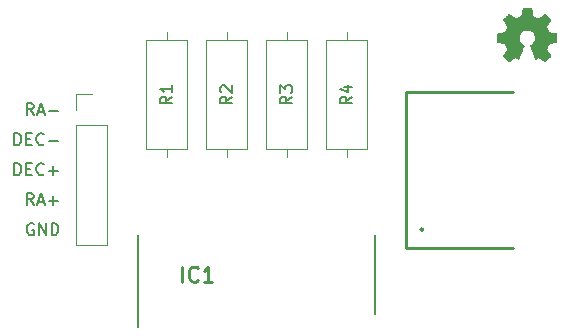
<source format=gbr>
G04 #@! TF.GenerationSoftware,KiCad,Pcbnew,(5.1.6)-1*
G04 #@! TF.CreationDate,2020-06-13T18:42:55+01:00*
G04 #@! TF.ProjectId,ST4Adapter_v2,53543441-6461-4707-9465-725f76322e6b,rev?*
G04 #@! TF.SameCoordinates,Original*
G04 #@! TF.FileFunction,Legend,Top*
G04 #@! TF.FilePolarity,Positive*
%FSLAX46Y46*%
G04 Gerber Fmt 4.6, Leading zero omitted, Abs format (unit mm)*
G04 Created by KiCad (PCBNEW (5.1.6)-1) date 2020-06-13 18:42:55*
%MOMM*%
%LPD*%
G01*
G04 APERTURE LIST*
%ADD10C,0.150000*%
%ADD11C,0.254000*%
%ADD12C,0.010000*%
%ADD13C,0.200000*%
%ADD14C,0.120000*%
G04 APERTURE END LIST*
D10*
X134776785Y-99830000D02*
X134681547Y-99782380D01*
X134538690Y-99782380D01*
X134395833Y-99830000D01*
X134300595Y-99925238D01*
X134252976Y-100020476D01*
X134205357Y-100210952D01*
X134205357Y-100353809D01*
X134252976Y-100544285D01*
X134300595Y-100639523D01*
X134395833Y-100734761D01*
X134538690Y-100782380D01*
X134633928Y-100782380D01*
X134776785Y-100734761D01*
X134824404Y-100687142D01*
X134824404Y-100353809D01*
X134633928Y-100353809D01*
X135252976Y-100782380D02*
X135252976Y-99782380D01*
X135824404Y-100782380D01*
X135824404Y-99782380D01*
X136300595Y-100782380D02*
X136300595Y-99782380D01*
X136538690Y-99782380D01*
X136681547Y-99830000D01*
X136776785Y-99925238D01*
X136824404Y-100020476D01*
X136872023Y-100210952D01*
X136872023Y-100353809D01*
X136824404Y-100544285D01*
X136776785Y-100639523D01*
X136681547Y-100734761D01*
X136538690Y-100782380D01*
X136300595Y-100782380D01*
X134776785Y-90622380D02*
X134443452Y-90146190D01*
X134205357Y-90622380D02*
X134205357Y-89622380D01*
X134586309Y-89622380D01*
X134681547Y-89670000D01*
X134729166Y-89717619D01*
X134776785Y-89812857D01*
X134776785Y-89955714D01*
X134729166Y-90050952D01*
X134681547Y-90098571D01*
X134586309Y-90146190D01*
X134205357Y-90146190D01*
X135157738Y-90336666D02*
X135633928Y-90336666D01*
X135062500Y-90622380D02*
X135395833Y-89622380D01*
X135729166Y-90622380D01*
X136062500Y-90241428D02*
X136824404Y-90241428D01*
X133157738Y-93162380D02*
X133157738Y-92162380D01*
X133395833Y-92162380D01*
X133538690Y-92210000D01*
X133633928Y-92305238D01*
X133681547Y-92400476D01*
X133729166Y-92590952D01*
X133729166Y-92733809D01*
X133681547Y-92924285D01*
X133633928Y-93019523D01*
X133538690Y-93114761D01*
X133395833Y-93162380D01*
X133157738Y-93162380D01*
X134157738Y-92638571D02*
X134491071Y-92638571D01*
X134633928Y-93162380D02*
X134157738Y-93162380D01*
X134157738Y-92162380D01*
X134633928Y-92162380D01*
X135633928Y-93067142D02*
X135586309Y-93114761D01*
X135443452Y-93162380D01*
X135348214Y-93162380D01*
X135205357Y-93114761D01*
X135110119Y-93019523D01*
X135062500Y-92924285D01*
X135014880Y-92733809D01*
X135014880Y-92590952D01*
X135062500Y-92400476D01*
X135110119Y-92305238D01*
X135205357Y-92210000D01*
X135348214Y-92162380D01*
X135443452Y-92162380D01*
X135586309Y-92210000D01*
X135633928Y-92257619D01*
X136062500Y-92781428D02*
X136824404Y-92781428D01*
X133157738Y-95702380D02*
X133157738Y-94702380D01*
X133395833Y-94702380D01*
X133538690Y-94750000D01*
X133633928Y-94845238D01*
X133681547Y-94940476D01*
X133729166Y-95130952D01*
X133729166Y-95273809D01*
X133681547Y-95464285D01*
X133633928Y-95559523D01*
X133538690Y-95654761D01*
X133395833Y-95702380D01*
X133157738Y-95702380D01*
X134157738Y-95178571D02*
X134491071Y-95178571D01*
X134633928Y-95702380D02*
X134157738Y-95702380D01*
X134157738Y-94702380D01*
X134633928Y-94702380D01*
X135633928Y-95607142D02*
X135586309Y-95654761D01*
X135443452Y-95702380D01*
X135348214Y-95702380D01*
X135205357Y-95654761D01*
X135110119Y-95559523D01*
X135062500Y-95464285D01*
X135014880Y-95273809D01*
X135014880Y-95130952D01*
X135062500Y-94940476D01*
X135110119Y-94845238D01*
X135205357Y-94750000D01*
X135348214Y-94702380D01*
X135443452Y-94702380D01*
X135586309Y-94750000D01*
X135633928Y-94797619D01*
X136062500Y-95321428D02*
X136824404Y-95321428D01*
X136443452Y-95702380D02*
X136443452Y-94940476D01*
X134776785Y-98242380D02*
X134443452Y-97766190D01*
X134205357Y-98242380D02*
X134205357Y-97242380D01*
X134586309Y-97242380D01*
X134681547Y-97290000D01*
X134729166Y-97337619D01*
X134776785Y-97432857D01*
X134776785Y-97575714D01*
X134729166Y-97670952D01*
X134681547Y-97718571D01*
X134586309Y-97766190D01*
X134205357Y-97766190D01*
X135157738Y-97956666D02*
X135633928Y-97956666D01*
X135062500Y-98242380D02*
X135395833Y-97242380D01*
X135729166Y-98242380D01*
X136062500Y-97861428D02*
X136824404Y-97861428D01*
X136443452Y-98242380D02*
X136443452Y-97480476D01*
D11*
X166310000Y-101855000D02*
X166310000Y-88645000D01*
X166310000Y-101855000D02*
X175360000Y-101855000D01*
X166310000Y-88645000D02*
X175360000Y-88645000D01*
X167731920Y-100330000D02*
G75*
G03*
X167731920Y-100330000I-91920J0D01*
G01*
D12*
G36*
X176942660Y-81913657D02*
G01*
X176965009Y-82028658D01*
X176983867Y-82119473D01*
X176999459Y-82187044D01*
X177012009Y-82232313D01*
X177021741Y-82256220D01*
X177025300Y-82260283D01*
X177042786Y-82268555D01*
X177079705Y-82284547D01*
X177131920Y-82306516D01*
X177195292Y-82332721D01*
X177259803Y-82359037D01*
X177341427Y-82391559D01*
X177402786Y-82414561D01*
X177446774Y-82428949D01*
X177476288Y-82435632D01*
X177494221Y-82435516D01*
X177498577Y-82433892D01*
X177515243Y-82423446D01*
X177549668Y-82400734D01*
X177598682Y-82367885D01*
X177659120Y-82327031D01*
X177727812Y-82280301D01*
X177780324Y-82244405D01*
X177852441Y-82195472D01*
X177918210Y-82151726D01*
X177974570Y-82115130D01*
X178018463Y-82087650D01*
X178046828Y-82071248D01*
X178056029Y-82067400D01*
X178069660Y-82076101D01*
X178097881Y-82100247D01*
X178137754Y-82136906D01*
X178186341Y-82183141D01*
X178240702Y-82236018D01*
X178297901Y-82292604D01*
X178354998Y-82349964D01*
X178409056Y-82405162D01*
X178457135Y-82455265D01*
X178496298Y-82497339D01*
X178523607Y-82528448D01*
X178536122Y-82545659D01*
X178536600Y-82547339D01*
X178529649Y-82561809D01*
X178510089Y-82594124D01*
X178479854Y-82641308D01*
X178440878Y-82700383D01*
X178395097Y-82768372D01*
X178352450Y-82830697D01*
X178302422Y-82903841D01*
X178257540Y-82970517D01*
X178219740Y-83027761D01*
X178190957Y-83072612D01*
X178173127Y-83102106D01*
X178168031Y-83112883D01*
X178172894Y-83133617D01*
X178186571Y-83171904D01*
X178207130Y-83223445D01*
X178232641Y-83283936D01*
X178261172Y-83349076D01*
X178290790Y-83414563D01*
X178319565Y-83476096D01*
X178345564Y-83529374D01*
X178366857Y-83570094D01*
X178381512Y-83593955D01*
X178386015Y-83598326D01*
X178404200Y-83602508D01*
X178443612Y-83610557D01*
X178500498Y-83621738D01*
X178571103Y-83635321D01*
X178651676Y-83650574D01*
X178706809Y-83660886D01*
X178791196Y-83676823D01*
X178867449Y-83691651D01*
X178931950Y-83704634D01*
X178981080Y-83715033D01*
X179011222Y-83722108D01*
X179018948Y-83724594D01*
X179023408Y-83739638D01*
X179026983Y-83775973D01*
X179029690Y-83829507D01*
X179031545Y-83896148D01*
X179032567Y-83971802D01*
X179032772Y-84052378D01*
X179032178Y-84133782D01*
X179030803Y-84211922D01*
X179028664Y-84282705D01*
X179025778Y-84342040D01*
X179022162Y-84385833D01*
X179017835Y-84409992D01*
X179016025Y-84413160D01*
X178999484Y-84418750D01*
X178961601Y-84427944D01*
X178906050Y-84439964D01*
X178836509Y-84454034D01*
X178756654Y-84469379D01*
X178701700Y-84479534D01*
X178617217Y-84495384D01*
X178540758Y-84510641D01*
X178475984Y-84524499D01*
X178426558Y-84536154D01*
X178396144Y-84544800D01*
X178388336Y-84548393D01*
X178379300Y-84564172D01*
X178362660Y-84599846D01*
X178340048Y-84651651D01*
X178313098Y-84715823D01*
X178283446Y-84788595D01*
X178275848Y-84807574D01*
X178243256Y-84889601D01*
X178219233Y-84951461D01*
X178202836Y-84996542D01*
X178193122Y-85028227D01*
X178189150Y-85049904D01*
X178189976Y-85064958D01*
X178194658Y-85076774D01*
X178198962Y-85083772D01*
X178212114Y-85103341D01*
X178237239Y-85140280D01*
X178271910Y-85191035D01*
X178313698Y-85252054D01*
X178360175Y-85319784D01*
X178378125Y-85345909D01*
X178424335Y-85413753D01*
X178465238Y-85474980D01*
X178498752Y-85526377D01*
X178522798Y-85564734D01*
X178535295Y-85586838D01*
X178536600Y-85590539D01*
X178527830Y-85604190D01*
X178503494Y-85632304D01*
X178466546Y-85671965D01*
X178419943Y-85720257D01*
X178366641Y-85774266D01*
X178309598Y-85831074D01*
X178251768Y-85887767D01*
X178196109Y-85941428D01*
X178145576Y-85989141D01*
X178103126Y-86027991D01*
X178071716Y-86055062D01*
X178054301Y-86067438D01*
X178052608Y-86067900D01*
X178036821Y-86060951D01*
X178003386Y-86041444D01*
X177955465Y-86011390D01*
X177896218Y-85972798D01*
X177828803Y-85927678D01*
X177783043Y-85896450D01*
X177712767Y-85848378D01*
X177649418Y-85805510D01*
X177595992Y-85769836D01*
X177555485Y-85743344D01*
X177530892Y-85728024D01*
X177524842Y-85725000D01*
X177510628Y-85730480D01*
X177478832Y-85745340D01*
X177434390Y-85767211D01*
X177389997Y-85789730D01*
X177338734Y-85814737D01*
X177295688Y-85833256D01*
X177265776Y-85843331D01*
X177254267Y-85843705D01*
X177245960Y-85828250D01*
X177229647Y-85792454D01*
X177206477Y-85739143D01*
X177177597Y-85671141D01*
X177144157Y-85591275D01*
X177107305Y-85502371D01*
X177068190Y-85407254D01*
X177027959Y-85308750D01*
X176987762Y-85209685D01*
X176948747Y-85112885D01*
X176912062Y-85021175D01*
X176878856Y-84937381D01*
X176850278Y-84864329D01*
X176827475Y-84804845D01*
X176811597Y-84761754D01*
X176803791Y-84737882D01*
X176803265Y-84734050D01*
X176816967Y-84721255D01*
X176845976Y-84699045D01*
X176884361Y-84671936D01*
X176889562Y-84668401D01*
X177000779Y-84579754D01*
X177089760Y-84479681D01*
X177156086Y-84368936D01*
X177199336Y-84248273D01*
X177219090Y-84118448D01*
X177220381Y-84074000D01*
X177208314Y-83942810D01*
X177173255Y-83819778D01*
X177116917Y-83707163D01*
X177041015Y-83607227D01*
X176947263Y-83522228D01*
X176837375Y-83454427D01*
X176714150Y-83406400D01*
X176632814Y-83390570D01*
X176539249Y-83384657D01*
X176444609Y-83388660D01*
X176360050Y-83402578D01*
X176345850Y-83406400D01*
X176221651Y-83454912D01*
X176111890Y-83522865D01*
X176018278Y-83607997D01*
X175942532Y-83708048D01*
X175886364Y-83820759D01*
X175851488Y-83943868D01*
X175839618Y-84074000D01*
X175851574Y-84206666D01*
X175887164Y-84330417D01*
X175945968Y-84444498D01*
X176027565Y-84548154D01*
X176131535Y-84640632D01*
X176170437Y-84668401D01*
X176209611Y-84695844D01*
X176240178Y-84718999D01*
X176256193Y-84733333D01*
X176256875Y-84734279D01*
X176253490Y-84747663D01*
X176241459Y-84781656D01*
X176221932Y-84833432D01*
X176196058Y-84900165D01*
X176164985Y-84979029D01*
X176129864Y-85067197D01*
X176091843Y-85161843D01*
X176052071Y-85260142D01*
X176011698Y-85359266D01*
X175971873Y-85456390D01*
X175933744Y-85548688D01*
X175898462Y-85633333D01*
X175867175Y-85707499D01*
X175841032Y-85768360D01*
X175821183Y-85813089D01*
X175808776Y-85838861D01*
X175805770Y-85843705D01*
X175791266Y-85842566D01*
X175759352Y-85831280D01*
X175714947Y-85811804D01*
X175670002Y-85789730D01*
X175618733Y-85763749D01*
X175575970Y-85742742D01*
X175546617Y-85729076D01*
X175535843Y-85725000D01*
X175523516Y-85731882D01*
X175493268Y-85751210D01*
X175448085Y-85781001D01*
X175390952Y-85819277D01*
X175324854Y-85864055D01*
X175277418Y-85896450D01*
X175206276Y-85944623D01*
X175141294Y-85987565D01*
X175085631Y-86023272D01*
X175042447Y-86049743D01*
X175014901Y-86064975D01*
X175006913Y-86067900D01*
X174992781Y-86059227D01*
X174963485Y-86034812D01*
X174921634Y-85997057D01*
X174869837Y-85948364D01*
X174810704Y-85891136D01*
X174755046Y-85835999D01*
X174692485Y-85772854D01*
X174636328Y-85715186D01*
X174588964Y-85665528D01*
X174552783Y-85626414D01*
X174530173Y-85600378D01*
X174523400Y-85590285D01*
X174530312Y-85576200D01*
X174549663Y-85544481D01*
X174579373Y-85498336D01*
X174617360Y-85440972D01*
X174661547Y-85375597D01*
X174681874Y-85345909D01*
X174729473Y-85276592D01*
X174773284Y-85212668D01*
X174810879Y-85157690D01*
X174839830Y-85115210D01*
X174857708Y-85088782D01*
X174861037Y-85083772D01*
X174867593Y-85072271D01*
X174870863Y-85059579D01*
X174869904Y-85042311D01*
X174863774Y-85017081D01*
X174851530Y-84980503D01*
X174832229Y-84929191D01*
X174804930Y-84859760D01*
X174784151Y-84807574D01*
X174754081Y-84733256D01*
X174726308Y-84666612D01*
X174702467Y-84611405D01*
X174684189Y-84571397D01*
X174673110Y-84550351D01*
X174671663Y-84548499D01*
X174655320Y-84542137D01*
X174617708Y-84532245D01*
X174562579Y-84519659D01*
X174493687Y-84505214D01*
X174414784Y-84489745D01*
X174371000Y-84481567D01*
X174287417Y-84466169D01*
X174210937Y-84451993D01*
X174145538Y-84439782D01*
X174095198Y-84430281D01*
X174063897Y-84424235D01*
X174056674Y-84422750D01*
X174028100Y-84416416D01*
X174028100Y-84074507D01*
X174028522Y-83978947D01*
X174029723Y-83894378D01*
X174031602Y-83823765D01*
X174034060Y-83770071D01*
X174036998Y-83736261D01*
X174039834Y-83725346D01*
X174055138Y-83721059D01*
X174091833Y-83712904D01*
X174146329Y-83701615D01*
X174215036Y-83687923D01*
X174294364Y-83672561D01*
X174351946Y-83661647D01*
X174437091Y-83645534D01*
X174514680Y-83630636D01*
X174580970Y-83617691D01*
X174632219Y-83607433D01*
X174664683Y-83600598D01*
X174673957Y-83598334D01*
X174684185Y-83585477D01*
X174702104Y-83553415D01*
X174725783Y-83506449D01*
X174753289Y-83448883D01*
X174782692Y-83385016D01*
X174812058Y-83319152D01*
X174839457Y-83255591D01*
X174862956Y-83198636D01*
X174880624Y-83152588D01*
X174890528Y-83121748D01*
X174891968Y-83112883D01*
X174884949Y-83098738D01*
X174865333Y-83066723D01*
X174835058Y-83019802D01*
X174796059Y-82960936D01*
X174750272Y-82893089D01*
X174707550Y-82830697D01*
X174657515Y-82757474D01*
X174612649Y-82690627D01*
X174574887Y-82633138D01*
X174546163Y-82587987D01*
X174528413Y-82558155D01*
X174523400Y-82547085D01*
X174532121Y-82533438D01*
X174556324Y-82505238D01*
X174593067Y-82465416D01*
X174639411Y-82416905D01*
X174692413Y-82362637D01*
X174749133Y-82305544D01*
X174806630Y-82248558D01*
X174861963Y-82194612D01*
X174912191Y-82146638D01*
X174954373Y-82107568D01*
X174985568Y-82080334D01*
X175002834Y-82067869D01*
X175004513Y-82067400D01*
X175019401Y-82074325D01*
X175052083Y-82093791D01*
X175099504Y-82123836D01*
X175158606Y-82162496D01*
X175226335Y-82207807D01*
X175280684Y-82244791D01*
X175353333Y-82294444D01*
X175419938Y-82339715D01*
X175477347Y-82378484D01*
X175522413Y-82408629D01*
X175551984Y-82428029D01*
X175561937Y-82434167D01*
X175576774Y-82436022D01*
X175603932Y-82430863D01*
X175645933Y-82417884D01*
X175705295Y-82396281D01*
X175784539Y-82365246D01*
X175811913Y-82354240D01*
X175883239Y-82324744D01*
X175946521Y-82297266D01*
X175997921Y-82273579D01*
X176033601Y-82255457D01*
X176049723Y-82244671D01*
X176050019Y-82244239D01*
X176055109Y-82227252D01*
X176063983Y-82188806D01*
X176075910Y-82132437D01*
X176090161Y-82061681D01*
X176106005Y-81980075D01*
X176120647Y-81902300D01*
X176180750Y-81578450D01*
X176879070Y-81578450D01*
X176942660Y-81913657D01*
G37*
X176942660Y-81913657D02*
X176965009Y-82028658D01*
X176983867Y-82119473D01*
X176999459Y-82187044D01*
X177012009Y-82232313D01*
X177021741Y-82256220D01*
X177025300Y-82260283D01*
X177042786Y-82268555D01*
X177079705Y-82284547D01*
X177131920Y-82306516D01*
X177195292Y-82332721D01*
X177259803Y-82359037D01*
X177341427Y-82391559D01*
X177402786Y-82414561D01*
X177446774Y-82428949D01*
X177476288Y-82435632D01*
X177494221Y-82435516D01*
X177498577Y-82433892D01*
X177515243Y-82423446D01*
X177549668Y-82400734D01*
X177598682Y-82367885D01*
X177659120Y-82327031D01*
X177727812Y-82280301D01*
X177780324Y-82244405D01*
X177852441Y-82195472D01*
X177918210Y-82151726D01*
X177974570Y-82115130D01*
X178018463Y-82087650D01*
X178046828Y-82071248D01*
X178056029Y-82067400D01*
X178069660Y-82076101D01*
X178097881Y-82100247D01*
X178137754Y-82136906D01*
X178186341Y-82183141D01*
X178240702Y-82236018D01*
X178297901Y-82292604D01*
X178354998Y-82349964D01*
X178409056Y-82405162D01*
X178457135Y-82455265D01*
X178496298Y-82497339D01*
X178523607Y-82528448D01*
X178536122Y-82545659D01*
X178536600Y-82547339D01*
X178529649Y-82561809D01*
X178510089Y-82594124D01*
X178479854Y-82641308D01*
X178440878Y-82700383D01*
X178395097Y-82768372D01*
X178352450Y-82830697D01*
X178302422Y-82903841D01*
X178257540Y-82970517D01*
X178219740Y-83027761D01*
X178190957Y-83072612D01*
X178173127Y-83102106D01*
X178168031Y-83112883D01*
X178172894Y-83133617D01*
X178186571Y-83171904D01*
X178207130Y-83223445D01*
X178232641Y-83283936D01*
X178261172Y-83349076D01*
X178290790Y-83414563D01*
X178319565Y-83476096D01*
X178345564Y-83529374D01*
X178366857Y-83570094D01*
X178381512Y-83593955D01*
X178386015Y-83598326D01*
X178404200Y-83602508D01*
X178443612Y-83610557D01*
X178500498Y-83621738D01*
X178571103Y-83635321D01*
X178651676Y-83650574D01*
X178706809Y-83660886D01*
X178791196Y-83676823D01*
X178867449Y-83691651D01*
X178931950Y-83704634D01*
X178981080Y-83715033D01*
X179011222Y-83722108D01*
X179018948Y-83724594D01*
X179023408Y-83739638D01*
X179026983Y-83775973D01*
X179029690Y-83829507D01*
X179031545Y-83896148D01*
X179032567Y-83971802D01*
X179032772Y-84052378D01*
X179032178Y-84133782D01*
X179030803Y-84211922D01*
X179028664Y-84282705D01*
X179025778Y-84342040D01*
X179022162Y-84385833D01*
X179017835Y-84409992D01*
X179016025Y-84413160D01*
X178999484Y-84418750D01*
X178961601Y-84427944D01*
X178906050Y-84439964D01*
X178836509Y-84454034D01*
X178756654Y-84469379D01*
X178701700Y-84479534D01*
X178617217Y-84495384D01*
X178540758Y-84510641D01*
X178475984Y-84524499D01*
X178426558Y-84536154D01*
X178396144Y-84544800D01*
X178388336Y-84548393D01*
X178379300Y-84564172D01*
X178362660Y-84599846D01*
X178340048Y-84651651D01*
X178313098Y-84715823D01*
X178283446Y-84788595D01*
X178275848Y-84807574D01*
X178243256Y-84889601D01*
X178219233Y-84951461D01*
X178202836Y-84996542D01*
X178193122Y-85028227D01*
X178189150Y-85049904D01*
X178189976Y-85064958D01*
X178194658Y-85076774D01*
X178198962Y-85083772D01*
X178212114Y-85103341D01*
X178237239Y-85140280D01*
X178271910Y-85191035D01*
X178313698Y-85252054D01*
X178360175Y-85319784D01*
X178378125Y-85345909D01*
X178424335Y-85413753D01*
X178465238Y-85474980D01*
X178498752Y-85526377D01*
X178522798Y-85564734D01*
X178535295Y-85586838D01*
X178536600Y-85590539D01*
X178527830Y-85604190D01*
X178503494Y-85632304D01*
X178466546Y-85671965D01*
X178419943Y-85720257D01*
X178366641Y-85774266D01*
X178309598Y-85831074D01*
X178251768Y-85887767D01*
X178196109Y-85941428D01*
X178145576Y-85989141D01*
X178103126Y-86027991D01*
X178071716Y-86055062D01*
X178054301Y-86067438D01*
X178052608Y-86067900D01*
X178036821Y-86060951D01*
X178003386Y-86041444D01*
X177955465Y-86011390D01*
X177896218Y-85972798D01*
X177828803Y-85927678D01*
X177783043Y-85896450D01*
X177712767Y-85848378D01*
X177649418Y-85805510D01*
X177595992Y-85769836D01*
X177555485Y-85743344D01*
X177530892Y-85728024D01*
X177524842Y-85725000D01*
X177510628Y-85730480D01*
X177478832Y-85745340D01*
X177434390Y-85767211D01*
X177389997Y-85789730D01*
X177338734Y-85814737D01*
X177295688Y-85833256D01*
X177265776Y-85843331D01*
X177254267Y-85843705D01*
X177245960Y-85828250D01*
X177229647Y-85792454D01*
X177206477Y-85739143D01*
X177177597Y-85671141D01*
X177144157Y-85591275D01*
X177107305Y-85502371D01*
X177068190Y-85407254D01*
X177027959Y-85308750D01*
X176987762Y-85209685D01*
X176948747Y-85112885D01*
X176912062Y-85021175D01*
X176878856Y-84937381D01*
X176850278Y-84864329D01*
X176827475Y-84804845D01*
X176811597Y-84761754D01*
X176803791Y-84737882D01*
X176803265Y-84734050D01*
X176816967Y-84721255D01*
X176845976Y-84699045D01*
X176884361Y-84671936D01*
X176889562Y-84668401D01*
X177000779Y-84579754D01*
X177089760Y-84479681D01*
X177156086Y-84368936D01*
X177199336Y-84248273D01*
X177219090Y-84118448D01*
X177220381Y-84074000D01*
X177208314Y-83942810D01*
X177173255Y-83819778D01*
X177116917Y-83707163D01*
X177041015Y-83607227D01*
X176947263Y-83522228D01*
X176837375Y-83454427D01*
X176714150Y-83406400D01*
X176632814Y-83390570D01*
X176539249Y-83384657D01*
X176444609Y-83388660D01*
X176360050Y-83402578D01*
X176345850Y-83406400D01*
X176221651Y-83454912D01*
X176111890Y-83522865D01*
X176018278Y-83607997D01*
X175942532Y-83708048D01*
X175886364Y-83820759D01*
X175851488Y-83943868D01*
X175839618Y-84074000D01*
X175851574Y-84206666D01*
X175887164Y-84330417D01*
X175945968Y-84444498D01*
X176027565Y-84548154D01*
X176131535Y-84640632D01*
X176170437Y-84668401D01*
X176209611Y-84695844D01*
X176240178Y-84718999D01*
X176256193Y-84733333D01*
X176256875Y-84734279D01*
X176253490Y-84747663D01*
X176241459Y-84781656D01*
X176221932Y-84833432D01*
X176196058Y-84900165D01*
X176164985Y-84979029D01*
X176129864Y-85067197D01*
X176091843Y-85161843D01*
X176052071Y-85260142D01*
X176011698Y-85359266D01*
X175971873Y-85456390D01*
X175933744Y-85548688D01*
X175898462Y-85633333D01*
X175867175Y-85707499D01*
X175841032Y-85768360D01*
X175821183Y-85813089D01*
X175808776Y-85838861D01*
X175805770Y-85843705D01*
X175791266Y-85842566D01*
X175759352Y-85831280D01*
X175714947Y-85811804D01*
X175670002Y-85789730D01*
X175618733Y-85763749D01*
X175575970Y-85742742D01*
X175546617Y-85729076D01*
X175535843Y-85725000D01*
X175523516Y-85731882D01*
X175493268Y-85751210D01*
X175448085Y-85781001D01*
X175390952Y-85819277D01*
X175324854Y-85864055D01*
X175277418Y-85896450D01*
X175206276Y-85944623D01*
X175141294Y-85987565D01*
X175085631Y-86023272D01*
X175042447Y-86049743D01*
X175014901Y-86064975D01*
X175006913Y-86067900D01*
X174992781Y-86059227D01*
X174963485Y-86034812D01*
X174921634Y-85997057D01*
X174869837Y-85948364D01*
X174810704Y-85891136D01*
X174755046Y-85835999D01*
X174692485Y-85772854D01*
X174636328Y-85715186D01*
X174588964Y-85665528D01*
X174552783Y-85626414D01*
X174530173Y-85600378D01*
X174523400Y-85590285D01*
X174530312Y-85576200D01*
X174549663Y-85544481D01*
X174579373Y-85498336D01*
X174617360Y-85440972D01*
X174661547Y-85375597D01*
X174681874Y-85345909D01*
X174729473Y-85276592D01*
X174773284Y-85212668D01*
X174810879Y-85157690D01*
X174839830Y-85115210D01*
X174857708Y-85088782D01*
X174861037Y-85083772D01*
X174867593Y-85072271D01*
X174870863Y-85059579D01*
X174869904Y-85042311D01*
X174863774Y-85017081D01*
X174851530Y-84980503D01*
X174832229Y-84929191D01*
X174804930Y-84859760D01*
X174784151Y-84807574D01*
X174754081Y-84733256D01*
X174726308Y-84666612D01*
X174702467Y-84611405D01*
X174684189Y-84571397D01*
X174673110Y-84550351D01*
X174671663Y-84548499D01*
X174655320Y-84542137D01*
X174617708Y-84532245D01*
X174562579Y-84519659D01*
X174493687Y-84505214D01*
X174414784Y-84489745D01*
X174371000Y-84481567D01*
X174287417Y-84466169D01*
X174210937Y-84451993D01*
X174145538Y-84439782D01*
X174095198Y-84430281D01*
X174063897Y-84424235D01*
X174056674Y-84422750D01*
X174028100Y-84416416D01*
X174028100Y-84074507D01*
X174028522Y-83978947D01*
X174029723Y-83894378D01*
X174031602Y-83823765D01*
X174034060Y-83770071D01*
X174036998Y-83736261D01*
X174039834Y-83725346D01*
X174055138Y-83721059D01*
X174091833Y-83712904D01*
X174146329Y-83701615D01*
X174215036Y-83687923D01*
X174294364Y-83672561D01*
X174351946Y-83661647D01*
X174437091Y-83645534D01*
X174514680Y-83630636D01*
X174580970Y-83617691D01*
X174632219Y-83607433D01*
X174664683Y-83600598D01*
X174673957Y-83598334D01*
X174684185Y-83585477D01*
X174702104Y-83553415D01*
X174725783Y-83506449D01*
X174753289Y-83448883D01*
X174782692Y-83385016D01*
X174812058Y-83319152D01*
X174839457Y-83255591D01*
X174862956Y-83198636D01*
X174880624Y-83152588D01*
X174890528Y-83121748D01*
X174891968Y-83112883D01*
X174884949Y-83098738D01*
X174865333Y-83066723D01*
X174835058Y-83019802D01*
X174796059Y-82960936D01*
X174750272Y-82893089D01*
X174707550Y-82830697D01*
X174657515Y-82757474D01*
X174612649Y-82690627D01*
X174574887Y-82633138D01*
X174546163Y-82587987D01*
X174528413Y-82558155D01*
X174523400Y-82547085D01*
X174532121Y-82533438D01*
X174556324Y-82505238D01*
X174593067Y-82465416D01*
X174639411Y-82416905D01*
X174692413Y-82362637D01*
X174749133Y-82305544D01*
X174806630Y-82248558D01*
X174861963Y-82194612D01*
X174912191Y-82146638D01*
X174954373Y-82107568D01*
X174985568Y-82080334D01*
X175002834Y-82067869D01*
X175004513Y-82067400D01*
X175019401Y-82074325D01*
X175052083Y-82093791D01*
X175099504Y-82123836D01*
X175158606Y-82162496D01*
X175226335Y-82207807D01*
X175280684Y-82244791D01*
X175353333Y-82294444D01*
X175419938Y-82339715D01*
X175477347Y-82378484D01*
X175522413Y-82408629D01*
X175551984Y-82428029D01*
X175561937Y-82434167D01*
X175576774Y-82436022D01*
X175603932Y-82430863D01*
X175645933Y-82417884D01*
X175705295Y-82396281D01*
X175784539Y-82365246D01*
X175811913Y-82354240D01*
X175883239Y-82324744D01*
X175946521Y-82297266D01*
X175997921Y-82273579D01*
X176033601Y-82255457D01*
X176049723Y-82244671D01*
X176050019Y-82244239D01*
X176055109Y-82227252D01*
X176063983Y-82188806D01*
X176075910Y-82132437D01*
X176090161Y-82061681D01*
X176106005Y-81980075D01*
X176120647Y-81902300D01*
X176180750Y-81578450D01*
X176879070Y-81578450D01*
X176942660Y-81913657D01*
D13*
X143635000Y-108550000D02*
X143635000Y-100815000D01*
X163705000Y-107465000D02*
X163705000Y-100815000D01*
D14*
X138370000Y-88840000D02*
X139700000Y-88840000D01*
X138370000Y-90170000D02*
X138370000Y-88840000D01*
X138370000Y-91440000D02*
X141030000Y-91440000D01*
X141030000Y-91440000D02*
X141030000Y-101660000D01*
X138370000Y-91440000D02*
X138370000Y-101660000D01*
X138370000Y-101660000D02*
X141030000Y-101660000D01*
X144330000Y-93520000D02*
X147770000Y-93520000D01*
X147770000Y-93520000D02*
X147770000Y-84280000D01*
X147770000Y-84280000D02*
X144330000Y-84280000D01*
X144330000Y-84280000D02*
X144330000Y-93520000D01*
X146050000Y-94210000D02*
X146050000Y-93520000D01*
X146050000Y-83590000D02*
X146050000Y-84280000D01*
X151130000Y-83590000D02*
X151130000Y-84280000D01*
X151130000Y-94210000D02*
X151130000Y-93520000D01*
X149410000Y-84280000D02*
X149410000Y-93520000D01*
X152850000Y-84280000D02*
X149410000Y-84280000D01*
X152850000Y-93520000D02*
X152850000Y-84280000D01*
X149410000Y-93520000D02*
X152850000Y-93520000D01*
X154490000Y-93520000D02*
X157930000Y-93520000D01*
X157930000Y-93520000D02*
X157930000Y-84280000D01*
X157930000Y-84280000D02*
X154490000Y-84280000D01*
X154490000Y-84280000D02*
X154490000Y-93520000D01*
X156210000Y-94210000D02*
X156210000Y-93520000D01*
X156210000Y-83590000D02*
X156210000Y-84280000D01*
X161290000Y-83590000D02*
X161290000Y-84280000D01*
X161290000Y-94210000D02*
X161290000Y-93520000D01*
X159570000Y-84280000D02*
X159570000Y-93520000D01*
X163010000Y-84280000D02*
X159570000Y-84280000D01*
X163010000Y-93520000D02*
X163010000Y-84280000D01*
X159570000Y-93520000D02*
X163010000Y-93520000D01*
D11*
X147350238Y-104714523D02*
X147350238Y-103444523D01*
X148680714Y-104593571D02*
X148620238Y-104654047D01*
X148438809Y-104714523D01*
X148317857Y-104714523D01*
X148136428Y-104654047D01*
X148015476Y-104533095D01*
X147955000Y-104412142D01*
X147894523Y-104170238D01*
X147894523Y-103988809D01*
X147955000Y-103746904D01*
X148015476Y-103625952D01*
X148136428Y-103505000D01*
X148317857Y-103444523D01*
X148438809Y-103444523D01*
X148620238Y-103505000D01*
X148680714Y-103565476D01*
X149890238Y-104714523D02*
X149164523Y-104714523D01*
X149527380Y-104714523D02*
X149527380Y-103444523D01*
X149406428Y-103625952D01*
X149285476Y-103746904D01*
X149164523Y-103807380D01*
D10*
X146502380Y-89066666D02*
X146026190Y-89400000D01*
X146502380Y-89638095D02*
X145502380Y-89638095D01*
X145502380Y-89257142D01*
X145550000Y-89161904D01*
X145597619Y-89114285D01*
X145692857Y-89066666D01*
X145835714Y-89066666D01*
X145930952Y-89114285D01*
X145978571Y-89161904D01*
X146026190Y-89257142D01*
X146026190Y-89638095D01*
X146502380Y-88114285D02*
X146502380Y-88685714D01*
X146502380Y-88400000D02*
X145502380Y-88400000D01*
X145645238Y-88495238D01*
X145740476Y-88590476D01*
X145788095Y-88685714D01*
X151582380Y-89066666D02*
X151106190Y-89400000D01*
X151582380Y-89638095D02*
X150582380Y-89638095D01*
X150582380Y-89257142D01*
X150630000Y-89161904D01*
X150677619Y-89114285D01*
X150772857Y-89066666D01*
X150915714Y-89066666D01*
X151010952Y-89114285D01*
X151058571Y-89161904D01*
X151106190Y-89257142D01*
X151106190Y-89638095D01*
X150677619Y-88685714D02*
X150630000Y-88638095D01*
X150582380Y-88542857D01*
X150582380Y-88304761D01*
X150630000Y-88209523D01*
X150677619Y-88161904D01*
X150772857Y-88114285D01*
X150868095Y-88114285D01*
X151010952Y-88161904D01*
X151582380Y-88733333D01*
X151582380Y-88114285D01*
X156662380Y-89066666D02*
X156186190Y-89400000D01*
X156662380Y-89638095D02*
X155662380Y-89638095D01*
X155662380Y-89257142D01*
X155710000Y-89161904D01*
X155757619Y-89114285D01*
X155852857Y-89066666D01*
X155995714Y-89066666D01*
X156090952Y-89114285D01*
X156138571Y-89161904D01*
X156186190Y-89257142D01*
X156186190Y-89638095D01*
X155662380Y-88733333D02*
X155662380Y-88114285D01*
X156043333Y-88447619D01*
X156043333Y-88304761D01*
X156090952Y-88209523D01*
X156138571Y-88161904D01*
X156233809Y-88114285D01*
X156471904Y-88114285D01*
X156567142Y-88161904D01*
X156614761Y-88209523D01*
X156662380Y-88304761D01*
X156662380Y-88590476D01*
X156614761Y-88685714D01*
X156567142Y-88733333D01*
X161742380Y-89066666D02*
X161266190Y-89400000D01*
X161742380Y-89638095D02*
X160742380Y-89638095D01*
X160742380Y-89257142D01*
X160790000Y-89161904D01*
X160837619Y-89114285D01*
X160932857Y-89066666D01*
X161075714Y-89066666D01*
X161170952Y-89114285D01*
X161218571Y-89161904D01*
X161266190Y-89257142D01*
X161266190Y-89638095D01*
X161075714Y-88209523D02*
X161742380Y-88209523D01*
X160694761Y-88447619D02*
X161409047Y-88685714D01*
X161409047Y-88066666D01*
M02*

</source>
